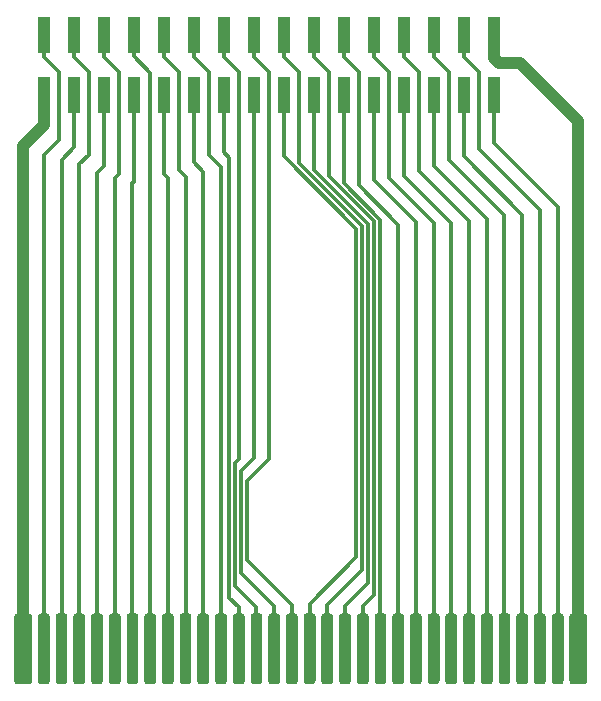
<source format=gbr>
G04 #@! TF.GenerationSoftware,KiCad,Pcbnew,5.1.7-a382d34a8~87~ubuntu18.04.1*
G04 #@! TF.CreationDate,2020-11-24T05:08:32+09:00*
G04 #@! TF.ProjectId,dmg-cartridge-breakout,646d672d-6361-4727-9472-696467652d62,rev?*
G04 #@! TF.SameCoordinates,Original*
G04 #@! TF.FileFunction,Copper,L1,Top*
G04 #@! TF.FilePolarity,Positive*
%FSLAX46Y46*%
G04 Gerber Fmt 4.6, Leading zero omitted, Abs format (unit mm)*
G04 Created by KiCad (PCBNEW 5.1.7-a382d34a8~87~ubuntu18.04.1) date 2020-11-24 05:08:32*
%MOMM*%
%LPD*%
G01*
G04 APERTURE LIST*
G04 #@! TA.AperFunction,SMDPad,CuDef*
%ADD10R,1.000000X3.150000*%
G04 #@! TD*
G04 #@! TA.AperFunction,Conductor*
%ADD11C,1.000000*%
G04 #@! TD*
G04 #@! TA.AperFunction,Conductor*
%ADD12C,0.300000*%
G04 #@! TD*
G04 APERTURE END LIST*
G04 #@! TA.AperFunction,SMDPad,CuDef*
G36*
G01*
X33250000Y-84750500D02*
X33250000Y-90249500D01*
G75*
G02*
X32999500Y-90500000I-250500J0D01*
G01*
X32000500Y-90500000D01*
G75*
G02*
X31750000Y-90249500I0J250500D01*
G01*
X31750000Y-84750500D01*
G75*
G02*
X32000500Y-84500000I250500J0D01*
G01*
X32999500Y-84500000D01*
G75*
G02*
X33250000Y-84750500I0J-250500D01*
G01*
G37*
G04 #@! TD.AperFunction*
G04 #@! TA.AperFunction,SMDPad,CuDef*
G36*
G01*
X34750000Y-84750000D02*
X34750000Y-90250000D01*
G75*
G02*
X34500000Y-90500000I-250000J0D01*
G01*
X34000000Y-90500000D01*
G75*
G02*
X33750000Y-90250000I0J250000D01*
G01*
X33750000Y-84750000D01*
G75*
G02*
X34000000Y-84500000I250000J0D01*
G01*
X34500000Y-84500000D01*
G75*
G02*
X34750000Y-84750000I0J-250000D01*
G01*
G37*
G04 #@! TD.AperFunction*
G04 #@! TA.AperFunction,SMDPad,CuDef*
G36*
G01*
X36250000Y-84750000D02*
X36250000Y-90250000D01*
G75*
G02*
X36000000Y-90500000I-250000J0D01*
G01*
X35500000Y-90500000D01*
G75*
G02*
X35250000Y-90250000I0J250000D01*
G01*
X35250000Y-84750000D01*
G75*
G02*
X35500000Y-84500000I250000J0D01*
G01*
X36000000Y-84500000D01*
G75*
G02*
X36250000Y-84750000I0J-250000D01*
G01*
G37*
G04 #@! TD.AperFunction*
G04 #@! TA.AperFunction,SMDPad,CuDef*
G36*
G01*
X37750000Y-84750000D02*
X37750000Y-90250000D01*
G75*
G02*
X37500000Y-90500000I-250000J0D01*
G01*
X37000000Y-90500000D01*
G75*
G02*
X36750000Y-90250000I0J250000D01*
G01*
X36750000Y-84750000D01*
G75*
G02*
X37000000Y-84500000I250000J0D01*
G01*
X37500000Y-84500000D01*
G75*
G02*
X37750000Y-84750000I0J-250000D01*
G01*
G37*
G04 #@! TD.AperFunction*
G04 #@! TA.AperFunction,SMDPad,CuDef*
G36*
G01*
X39250000Y-84750000D02*
X39250000Y-90250000D01*
G75*
G02*
X39000000Y-90500000I-250000J0D01*
G01*
X38500000Y-90500000D01*
G75*
G02*
X38250000Y-90250000I0J250000D01*
G01*
X38250000Y-84750000D01*
G75*
G02*
X38500000Y-84500000I250000J0D01*
G01*
X39000000Y-84500000D01*
G75*
G02*
X39250000Y-84750000I0J-250000D01*
G01*
G37*
G04 #@! TD.AperFunction*
G04 #@! TA.AperFunction,SMDPad,CuDef*
G36*
G01*
X40750000Y-84750000D02*
X40750000Y-90250000D01*
G75*
G02*
X40500000Y-90500000I-250000J0D01*
G01*
X40000000Y-90500000D01*
G75*
G02*
X39750000Y-90250000I0J250000D01*
G01*
X39750000Y-84750000D01*
G75*
G02*
X40000000Y-84500000I250000J0D01*
G01*
X40500000Y-84500000D01*
G75*
G02*
X40750000Y-84750000I0J-250000D01*
G01*
G37*
G04 #@! TD.AperFunction*
G04 #@! TA.AperFunction,SMDPad,CuDef*
G36*
G01*
X42250000Y-84750000D02*
X42250000Y-90250000D01*
G75*
G02*
X42000000Y-90500000I-250000J0D01*
G01*
X41500000Y-90500000D01*
G75*
G02*
X41250000Y-90250000I0J250000D01*
G01*
X41250000Y-84750000D01*
G75*
G02*
X41500000Y-84500000I250000J0D01*
G01*
X42000000Y-84500000D01*
G75*
G02*
X42250000Y-84750000I0J-250000D01*
G01*
G37*
G04 #@! TD.AperFunction*
G04 #@! TA.AperFunction,SMDPad,CuDef*
G36*
G01*
X43750000Y-84750000D02*
X43750000Y-90250000D01*
G75*
G02*
X43500000Y-90500000I-250000J0D01*
G01*
X43000000Y-90500000D01*
G75*
G02*
X42750000Y-90250000I0J250000D01*
G01*
X42750000Y-84750000D01*
G75*
G02*
X43000000Y-84500000I250000J0D01*
G01*
X43500000Y-84500000D01*
G75*
G02*
X43750000Y-84750000I0J-250000D01*
G01*
G37*
G04 #@! TD.AperFunction*
G04 #@! TA.AperFunction,SMDPad,CuDef*
G36*
G01*
X45250000Y-84750000D02*
X45250000Y-90250000D01*
G75*
G02*
X45000000Y-90500000I-250000J0D01*
G01*
X44500000Y-90500000D01*
G75*
G02*
X44250000Y-90250000I0J250000D01*
G01*
X44250000Y-84750000D01*
G75*
G02*
X44500000Y-84500000I250000J0D01*
G01*
X45000000Y-84500000D01*
G75*
G02*
X45250000Y-84750000I0J-250000D01*
G01*
G37*
G04 #@! TD.AperFunction*
G04 #@! TA.AperFunction,SMDPad,CuDef*
G36*
G01*
X46750000Y-84750000D02*
X46750000Y-90250000D01*
G75*
G02*
X46500000Y-90500000I-250000J0D01*
G01*
X46000000Y-90500000D01*
G75*
G02*
X45750000Y-90250000I0J250000D01*
G01*
X45750000Y-84750000D01*
G75*
G02*
X46000000Y-84500000I250000J0D01*
G01*
X46500000Y-84500000D01*
G75*
G02*
X46750000Y-84750000I0J-250000D01*
G01*
G37*
G04 #@! TD.AperFunction*
G04 #@! TA.AperFunction,SMDPad,CuDef*
G36*
G01*
X48250000Y-84750000D02*
X48250000Y-90250000D01*
G75*
G02*
X48000000Y-90500000I-250000J0D01*
G01*
X47500000Y-90500000D01*
G75*
G02*
X47250000Y-90250000I0J250000D01*
G01*
X47250000Y-84750000D01*
G75*
G02*
X47500000Y-84500000I250000J0D01*
G01*
X48000000Y-84500000D01*
G75*
G02*
X48250000Y-84750000I0J-250000D01*
G01*
G37*
G04 #@! TD.AperFunction*
G04 #@! TA.AperFunction,SMDPad,CuDef*
G36*
G01*
X49750000Y-84750000D02*
X49750000Y-90250000D01*
G75*
G02*
X49500000Y-90500000I-250000J0D01*
G01*
X49000000Y-90500000D01*
G75*
G02*
X48750000Y-90250000I0J250000D01*
G01*
X48750000Y-84750000D01*
G75*
G02*
X49000000Y-84500000I250000J0D01*
G01*
X49500000Y-84500000D01*
G75*
G02*
X49750000Y-84750000I0J-250000D01*
G01*
G37*
G04 #@! TD.AperFunction*
G04 #@! TA.AperFunction,SMDPad,CuDef*
G36*
G01*
X51250000Y-84750000D02*
X51250000Y-90250000D01*
G75*
G02*
X51000000Y-90500000I-250000J0D01*
G01*
X50500000Y-90500000D01*
G75*
G02*
X50250000Y-90250000I0J250000D01*
G01*
X50250000Y-84750000D01*
G75*
G02*
X50500000Y-84500000I250000J0D01*
G01*
X51000000Y-84500000D01*
G75*
G02*
X51250000Y-84750000I0J-250000D01*
G01*
G37*
G04 #@! TD.AperFunction*
G04 #@! TA.AperFunction,SMDPad,CuDef*
G36*
G01*
X52750000Y-84750000D02*
X52750000Y-90250000D01*
G75*
G02*
X52500000Y-90500000I-250000J0D01*
G01*
X52000000Y-90500000D01*
G75*
G02*
X51750000Y-90250000I0J250000D01*
G01*
X51750000Y-84750000D01*
G75*
G02*
X52000000Y-84500000I250000J0D01*
G01*
X52500000Y-84500000D01*
G75*
G02*
X52750000Y-84750000I0J-250000D01*
G01*
G37*
G04 #@! TD.AperFunction*
G04 #@! TA.AperFunction,SMDPad,CuDef*
G36*
G01*
X54250000Y-84750000D02*
X54250000Y-90250000D01*
G75*
G02*
X54000000Y-90500000I-250000J0D01*
G01*
X53500000Y-90500000D01*
G75*
G02*
X53250000Y-90250000I0J250000D01*
G01*
X53250000Y-84750000D01*
G75*
G02*
X53500000Y-84500000I250000J0D01*
G01*
X54000000Y-84500000D01*
G75*
G02*
X54250000Y-84750000I0J-250000D01*
G01*
G37*
G04 #@! TD.AperFunction*
G04 #@! TA.AperFunction,SMDPad,CuDef*
G36*
G01*
X55750000Y-84750000D02*
X55750000Y-90250000D01*
G75*
G02*
X55500000Y-90500000I-250000J0D01*
G01*
X55000000Y-90500000D01*
G75*
G02*
X54750000Y-90250000I0J250000D01*
G01*
X54750000Y-84750000D01*
G75*
G02*
X55000000Y-84500000I250000J0D01*
G01*
X55500000Y-84500000D01*
G75*
G02*
X55750000Y-84750000I0J-250000D01*
G01*
G37*
G04 #@! TD.AperFunction*
G04 #@! TA.AperFunction,SMDPad,CuDef*
G36*
G01*
X57250000Y-84750000D02*
X57250000Y-90250000D01*
G75*
G02*
X57000000Y-90500000I-250000J0D01*
G01*
X56500000Y-90500000D01*
G75*
G02*
X56250000Y-90250000I0J250000D01*
G01*
X56250000Y-84750000D01*
G75*
G02*
X56500000Y-84500000I250000J0D01*
G01*
X57000000Y-84500000D01*
G75*
G02*
X57250000Y-84750000I0J-250000D01*
G01*
G37*
G04 #@! TD.AperFunction*
G04 #@! TA.AperFunction,SMDPad,CuDef*
G36*
G01*
X58750000Y-84750000D02*
X58750000Y-90250000D01*
G75*
G02*
X58500000Y-90500000I-250000J0D01*
G01*
X58000000Y-90500000D01*
G75*
G02*
X57750000Y-90250000I0J250000D01*
G01*
X57750000Y-84750000D01*
G75*
G02*
X58000000Y-84500000I250000J0D01*
G01*
X58500000Y-84500000D01*
G75*
G02*
X58750000Y-84750000I0J-250000D01*
G01*
G37*
G04 #@! TD.AperFunction*
G04 #@! TA.AperFunction,SMDPad,CuDef*
G36*
G01*
X60250000Y-84750000D02*
X60250000Y-90250000D01*
G75*
G02*
X60000000Y-90500000I-250000J0D01*
G01*
X59500000Y-90500000D01*
G75*
G02*
X59250000Y-90250000I0J250000D01*
G01*
X59250000Y-84750000D01*
G75*
G02*
X59500000Y-84500000I250000J0D01*
G01*
X60000000Y-84500000D01*
G75*
G02*
X60250000Y-84750000I0J-250000D01*
G01*
G37*
G04 #@! TD.AperFunction*
G04 #@! TA.AperFunction,SMDPad,CuDef*
G36*
G01*
X61750000Y-84750000D02*
X61750000Y-90250000D01*
G75*
G02*
X61500000Y-90500000I-250000J0D01*
G01*
X61000000Y-90500000D01*
G75*
G02*
X60750000Y-90250000I0J250000D01*
G01*
X60750000Y-84750000D01*
G75*
G02*
X61000000Y-84500000I250000J0D01*
G01*
X61500000Y-84500000D01*
G75*
G02*
X61750000Y-84750000I0J-250000D01*
G01*
G37*
G04 #@! TD.AperFunction*
G04 #@! TA.AperFunction,SMDPad,CuDef*
G36*
G01*
X63250000Y-84750000D02*
X63250000Y-90250000D01*
G75*
G02*
X63000000Y-90500000I-250000J0D01*
G01*
X62500000Y-90500000D01*
G75*
G02*
X62250000Y-90250000I0J250000D01*
G01*
X62250000Y-84750000D01*
G75*
G02*
X62500000Y-84500000I250000J0D01*
G01*
X63000000Y-84500000D01*
G75*
G02*
X63250000Y-84750000I0J-250000D01*
G01*
G37*
G04 #@! TD.AperFunction*
G04 #@! TA.AperFunction,SMDPad,CuDef*
G36*
G01*
X64750000Y-84750000D02*
X64750000Y-90250000D01*
G75*
G02*
X64500000Y-90500000I-250000J0D01*
G01*
X64000000Y-90500000D01*
G75*
G02*
X63750000Y-90250000I0J250000D01*
G01*
X63750000Y-84750000D01*
G75*
G02*
X64000000Y-84500000I250000J0D01*
G01*
X64500000Y-84500000D01*
G75*
G02*
X64750000Y-84750000I0J-250000D01*
G01*
G37*
G04 #@! TD.AperFunction*
G04 #@! TA.AperFunction,SMDPad,CuDef*
G36*
G01*
X66250000Y-84750000D02*
X66250000Y-90250000D01*
G75*
G02*
X66000000Y-90500000I-250000J0D01*
G01*
X65500000Y-90500000D01*
G75*
G02*
X65250000Y-90250000I0J250000D01*
G01*
X65250000Y-84750000D01*
G75*
G02*
X65500000Y-84500000I250000J0D01*
G01*
X66000000Y-84500000D01*
G75*
G02*
X66250000Y-84750000I0J-250000D01*
G01*
G37*
G04 #@! TD.AperFunction*
G04 #@! TA.AperFunction,SMDPad,CuDef*
G36*
G01*
X67750000Y-84750000D02*
X67750000Y-90250000D01*
G75*
G02*
X67500000Y-90500000I-250000J0D01*
G01*
X67000000Y-90500000D01*
G75*
G02*
X66750000Y-90250000I0J250000D01*
G01*
X66750000Y-84750000D01*
G75*
G02*
X67000000Y-84500000I250000J0D01*
G01*
X67500000Y-84500000D01*
G75*
G02*
X67750000Y-84750000I0J-250000D01*
G01*
G37*
G04 #@! TD.AperFunction*
G04 #@! TA.AperFunction,SMDPad,CuDef*
G36*
G01*
X69250000Y-84750000D02*
X69250000Y-90250000D01*
G75*
G02*
X69000000Y-90500000I-250000J0D01*
G01*
X68500000Y-90500000D01*
G75*
G02*
X68250000Y-90250000I0J250000D01*
G01*
X68250000Y-84750000D01*
G75*
G02*
X68500000Y-84500000I250000J0D01*
G01*
X69000000Y-84500000D01*
G75*
G02*
X69250000Y-84750000I0J-250000D01*
G01*
G37*
G04 #@! TD.AperFunction*
G04 #@! TA.AperFunction,SMDPad,CuDef*
G36*
G01*
X70750000Y-84750000D02*
X70750000Y-90250000D01*
G75*
G02*
X70500000Y-90500000I-250000J0D01*
G01*
X70000000Y-90500000D01*
G75*
G02*
X69750000Y-90250000I0J250000D01*
G01*
X69750000Y-84750000D01*
G75*
G02*
X70000000Y-84500000I250000J0D01*
G01*
X70500000Y-84500000D01*
G75*
G02*
X70750000Y-84750000I0J-250000D01*
G01*
G37*
G04 #@! TD.AperFunction*
G04 #@! TA.AperFunction,SMDPad,CuDef*
G36*
G01*
X72250000Y-84750000D02*
X72250000Y-90250000D01*
G75*
G02*
X72000000Y-90500000I-250000J0D01*
G01*
X71500000Y-90500000D01*
G75*
G02*
X71250000Y-90250000I0J250000D01*
G01*
X71250000Y-84750000D01*
G75*
G02*
X71500000Y-84500000I250000J0D01*
G01*
X72000000Y-84500000D01*
G75*
G02*
X72250000Y-84750000I0J-250000D01*
G01*
G37*
G04 #@! TD.AperFunction*
G04 #@! TA.AperFunction,SMDPad,CuDef*
G36*
G01*
X73750000Y-84750000D02*
X73750000Y-90250000D01*
G75*
G02*
X73500000Y-90500000I-250000J0D01*
G01*
X73000000Y-90500000D01*
G75*
G02*
X72750000Y-90250000I0J250000D01*
G01*
X72750000Y-84750000D01*
G75*
G02*
X73000000Y-84500000I250000J0D01*
G01*
X73500000Y-84500000D01*
G75*
G02*
X73750000Y-84750000I0J-250000D01*
G01*
G37*
G04 #@! TD.AperFunction*
G04 #@! TA.AperFunction,SMDPad,CuDef*
G36*
G01*
X75250000Y-84750000D02*
X75250000Y-90250000D01*
G75*
G02*
X75000000Y-90500000I-250000J0D01*
G01*
X74500000Y-90500000D01*
G75*
G02*
X74250000Y-90250000I0J250000D01*
G01*
X74250000Y-84750000D01*
G75*
G02*
X74500000Y-84500000I250000J0D01*
G01*
X75000000Y-84500000D01*
G75*
G02*
X75250000Y-84750000I0J-250000D01*
G01*
G37*
G04 #@! TD.AperFunction*
G04 #@! TA.AperFunction,SMDPad,CuDef*
G36*
G01*
X76750000Y-84750000D02*
X76750000Y-90250000D01*
G75*
G02*
X76500000Y-90500000I-250000J0D01*
G01*
X76000000Y-90500000D01*
G75*
G02*
X75750000Y-90250000I0J250000D01*
G01*
X75750000Y-84750000D01*
G75*
G02*
X76000000Y-84500000I250000J0D01*
G01*
X76500000Y-84500000D01*
G75*
G02*
X76750000Y-84750000I0J-250000D01*
G01*
G37*
G04 #@! TD.AperFunction*
G04 #@! TA.AperFunction,SMDPad,CuDef*
G36*
G01*
X78250000Y-84750000D02*
X78250000Y-90250000D01*
G75*
G02*
X78000000Y-90500000I-250000J0D01*
G01*
X77500000Y-90500000D01*
G75*
G02*
X77250000Y-90250000I0J250000D01*
G01*
X77250000Y-84750000D01*
G75*
G02*
X77500000Y-84500000I250000J0D01*
G01*
X78000000Y-84500000D01*
G75*
G02*
X78250000Y-84750000I0J-250000D01*
G01*
G37*
G04 #@! TD.AperFunction*
G04 #@! TA.AperFunction,SMDPad,CuDef*
G36*
G01*
X80250000Y-84750500D02*
X80250000Y-90249500D01*
G75*
G02*
X79999500Y-90500000I-250500J0D01*
G01*
X79000500Y-90500000D01*
G75*
G02*
X78750000Y-90249500I0J250500D01*
G01*
X78750000Y-84750500D01*
G75*
G02*
X79000500Y-84500000I250500J0D01*
G01*
X79999500Y-84500000D01*
G75*
G02*
X80250000Y-84750500I0J-250500D01*
G01*
G37*
G04 #@! TD.AperFunction*
D10*
X34250000Y-40585000D03*
X34250000Y-35535000D03*
X36790000Y-40585000D03*
X36790000Y-35535000D03*
X39330000Y-40585000D03*
X39330000Y-35535000D03*
X41870000Y-40585000D03*
X41870000Y-35535000D03*
X44410000Y-40585000D03*
X44410000Y-35535000D03*
X46950000Y-40585000D03*
X46950000Y-35535000D03*
X49490000Y-40585000D03*
X49490000Y-35535000D03*
X52030000Y-40585000D03*
X52030000Y-35535000D03*
X54570000Y-40585000D03*
X54570000Y-35535000D03*
X57110000Y-40585000D03*
X57110000Y-35535000D03*
X59650000Y-40585000D03*
X59650000Y-35535000D03*
X62190000Y-40585000D03*
X62190000Y-35535000D03*
X64730000Y-40585000D03*
X64730000Y-35535000D03*
X67270000Y-40585000D03*
X67270000Y-35535000D03*
X69810000Y-40585000D03*
X69810000Y-35535000D03*
X72350000Y-40585000D03*
X72350000Y-35535000D03*
D11*
X34250000Y-40585000D02*
X34250000Y-43160000D01*
X32500001Y-44909999D02*
X32500001Y-87500001D01*
X34250000Y-43160000D02*
X32500001Y-44909999D01*
D12*
X34250000Y-37425000D02*
X34250000Y-35535000D01*
X35520000Y-38695000D02*
X34250000Y-37425000D01*
X35520000Y-44410000D02*
X35520000Y-38695000D01*
X34250001Y-87500001D02*
X34250001Y-45679999D01*
X34250001Y-45679999D02*
X35520000Y-44410000D01*
X36790000Y-45045000D02*
X36790000Y-40585000D01*
X35750001Y-87500001D02*
X35750001Y-46084999D01*
X35750001Y-46084999D02*
X36790000Y-45045000D01*
X38060000Y-38680000D02*
X36790000Y-37410000D01*
X38060000Y-45652880D02*
X38060000Y-38680000D01*
X36790000Y-37410000D02*
X36790000Y-35535000D01*
X37250001Y-87500001D02*
X37250001Y-46462879D01*
X37250001Y-46462879D02*
X38060000Y-45652880D01*
X39330000Y-46655000D02*
X39330000Y-40585000D01*
X38750001Y-87500001D02*
X38750001Y-47234999D01*
X38750001Y-47234999D02*
X39330000Y-46655000D01*
X40600000Y-47300000D02*
X40600000Y-38695000D01*
X39330000Y-37425000D02*
X39330000Y-35535000D01*
X40600000Y-38695000D02*
X39330000Y-37425000D01*
X40250001Y-87500001D02*
X40250001Y-47649999D01*
X40250001Y-47649999D02*
X40600000Y-47300000D01*
X41870000Y-47930000D02*
X41870000Y-40585000D01*
X41750001Y-87500001D02*
X41750001Y-48049999D01*
X41750001Y-48049999D02*
X41870000Y-47930000D01*
X41870000Y-37335000D02*
X41870000Y-35535000D01*
X43250001Y-87500001D02*
X43250001Y-38715001D01*
X43250001Y-38715001D02*
X41870000Y-37335000D01*
X44410000Y-47315000D02*
X44410000Y-40585000D01*
X44750001Y-87500001D02*
X44750001Y-47655001D01*
X44750001Y-47655001D02*
X44410000Y-47315000D01*
X44410000Y-37410000D02*
X44410000Y-35535000D01*
X45680000Y-38680000D02*
X44410000Y-37410000D01*
X45680000Y-46950000D02*
X45680000Y-38680000D01*
X46250001Y-87500001D02*
X46250001Y-47520001D01*
X46250001Y-47520001D02*
X45680000Y-46950000D01*
X46950000Y-42460000D02*
X46950000Y-40585000D01*
X46950000Y-46315000D02*
X46950000Y-42460000D01*
X47750001Y-47115001D02*
X46950000Y-46315000D01*
X47750001Y-87500001D02*
X47750001Y-47115001D01*
X46950000Y-37410000D02*
X46950000Y-35535000D01*
X48220000Y-38680000D02*
X46950000Y-37410000D01*
X49260000Y-87490002D02*
X49260000Y-46683939D01*
X49260000Y-46683939D02*
X48220000Y-45643939D01*
X48220000Y-45643939D02*
X48220000Y-38680000D01*
X49250001Y-87500001D02*
X49260000Y-87490002D01*
X50750001Y-83950000D02*
X50750001Y-84400001D01*
X49959970Y-83159969D02*
X50750001Y-83950000D01*
X49959970Y-45899970D02*
X49959970Y-83159969D01*
X50750001Y-84400001D02*
X50750001Y-87500001D01*
X49490000Y-40585000D02*
X49490000Y-45430000D01*
X49490000Y-45430000D02*
X49959970Y-45899970D01*
X49490000Y-37410000D02*
X49490000Y-35535000D01*
X52250001Y-83950001D02*
X50459979Y-82159979D01*
X50459979Y-82159979D02*
X50459979Y-71740021D01*
X52250001Y-87500001D02*
X52250001Y-83950001D01*
X50459979Y-71740021D02*
X50760000Y-71440000D01*
X50760000Y-71440000D02*
X50760000Y-38680000D01*
X50760000Y-38680000D02*
X49490000Y-37410000D01*
X52030000Y-42460000D02*
X52030000Y-40585000D01*
X53750001Y-87500001D02*
X53750001Y-83850001D01*
X52030000Y-71330000D02*
X52030000Y-42460000D01*
X50959989Y-72400011D02*
X52030000Y-71330000D01*
X50959989Y-81059989D02*
X50959989Y-72400011D01*
X53750001Y-83850001D02*
X50959989Y-81059989D01*
X55250001Y-83750001D02*
X51460000Y-79960000D01*
X51460000Y-79960000D02*
X51460000Y-73267122D01*
X51460000Y-73267122D02*
X53300000Y-71427122D01*
X55250001Y-87500001D02*
X55250001Y-83750001D01*
X52030000Y-37410000D02*
X52030000Y-35535000D01*
X53300000Y-71427122D02*
X53300000Y-38680000D01*
X53300000Y-38680000D02*
X52030000Y-37410000D01*
X54570000Y-42460000D02*
X54570000Y-40585000D01*
X54570000Y-45798488D02*
X54570000Y-42460000D01*
X56750001Y-83709998D02*
X60700000Y-79759999D01*
X56750001Y-87500001D02*
X56750001Y-83709998D01*
X60700000Y-51928488D02*
X54570000Y-45798488D01*
X60700000Y-79759999D02*
X60700000Y-51928488D01*
X54570000Y-37410000D02*
X54570000Y-35535000D01*
X58250001Y-83749999D02*
X61200010Y-80799990D01*
X58250001Y-87500001D02*
X58250001Y-83749999D01*
X61200010Y-80799990D02*
X61200010Y-51721376D01*
X55840000Y-46361366D02*
X55840000Y-38680000D01*
X61200010Y-51721376D02*
X55840000Y-46361366D01*
X55840000Y-38680000D02*
X54570000Y-37410000D01*
X57110000Y-46924244D02*
X57110000Y-42460000D01*
X61700020Y-51514264D02*
X57110000Y-46924244D01*
X61700020Y-81887101D02*
X61700020Y-51514264D01*
X57110000Y-42460000D02*
X57110000Y-40585000D01*
X59750001Y-87500001D02*
X59750001Y-83837120D01*
X59750001Y-83837120D02*
X61700020Y-81887101D01*
X61250001Y-87500001D02*
X61250001Y-83849999D01*
X61250001Y-83849999D02*
X62200030Y-82899970D01*
X57110000Y-37410000D02*
X57110000Y-35535000D01*
X62200030Y-82899970D02*
X62200030Y-51307152D01*
X62200030Y-51307152D02*
X58380000Y-47487122D01*
X58380000Y-47487122D02*
X58380000Y-38680000D01*
X58380000Y-38680000D02*
X57110000Y-37410000D01*
X59650000Y-48050000D02*
X59650000Y-40585000D01*
X62750001Y-87500001D02*
X62750001Y-51150001D01*
X62750001Y-51150001D02*
X59650000Y-48050000D01*
X64250001Y-51578489D02*
X60920000Y-48248488D01*
X60920000Y-48248488D02*
X60920000Y-38680000D01*
X60920000Y-38680000D02*
X59650000Y-37410000D01*
X64250001Y-87500001D02*
X64250001Y-51578489D01*
X59650000Y-37410000D02*
X59650000Y-35535000D01*
X62190000Y-42460000D02*
X62190000Y-40585000D01*
X65750001Y-51360684D02*
X62190000Y-47800683D01*
X65750001Y-87500001D02*
X65750001Y-51360684D01*
X62190000Y-47800683D02*
X62190000Y-42460000D01*
X67250001Y-87500001D02*
X67250001Y-51451781D01*
X63460000Y-47661780D02*
X63460000Y-38680000D01*
X67250001Y-51451781D02*
X63460000Y-47661780D01*
X63460000Y-38680000D02*
X62190000Y-37410000D01*
X62190000Y-37410000D02*
X62190000Y-35535000D01*
X64730000Y-40585000D02*
X64730000Y-47430000D01*
X64730000Y-47430000D02*
X68750001Y-51450001D01*
X68750001Y-51450001D02*
X68750001Y-84400001D01*
X68750001Y-84400001D02*
X68750001Y-87500001D01*
X70250001Y-51250001D02*
X70250001Y-84400001D01*
X66000000Y-47000000D02*
X70250001Y-51250001D01*
X64730000Y-35535000D02*
X64730000Y-37410000D01*
X70250001Y-84400001D02*
X70250001Y-87500001D01*
X66000000Y-38680000D02*
X66000000Y-47000000D01*
X64730000Y-37410000D02*
X66000000Y-38680000D01*
X71750001Y-51125381D02*
X71750001Y-84400001D01*
X67270000Y-40585000D02*
X67270000Y-46645380D01*
X71750001Y-84400001D02*
X71750001Y-87500001D01*
X67270000Y-46645380D02*
X71750001Y-51125381D01*
X73250001Y-84400001D02*
X73250001Y-87500001D01*
X73250001Y-50800001D02*
X73250001Y-84400001D01*
X68540000Y-46090000D02*
X73250001Y-50800001D01*
X68540000Y-38680000D02*
X68540000Y-46090000D01*
X67270000Y-35535000D02*
X67270000Y-37410000D01*
X67270000Y-37410000D02*
X68540000Y-38680000D01*
X74750001Y-84400001D02*
X74750001Y-87500001D01*
X74750001Y-50750001D02*
X74750001Y-84400001D01*
X69810000Y-40585000D02*
X69810000Y-45810000D01*
X69810000Y-45810000D02*
X74750001Y-50750001D01*
X76250001Y-50350001D02*
X76250001Y-84400001D01*
X71080000Y-45180000D02*
X76250001Y-50350001D01*
X69810000Y-35535000D02*
X69810000Y-37410000D01*
X76250001Y-84400001D02*
X76250001Y-87500001D01*
X71080000Y-38680000D02*
X71080000Y-45180000D01*
X69810000Y-37410000D02*
X71080000Y-38680000D01*
X77750001Y-84400001D02*
X77750001Y-87500001D01*
X77750001Y-50050001D02*
X77750001Y-84400001D01*
X72350000Y-40585000D02*
X72350000Y-44650000D01*
X72350000Y-44650000D02*
X77750001Y-50050001D01*
D11*
X79500001Y-84400001D02*
X79500001Y-87500001D01*
X79500001Y-83499999D02*
X79500001Y-84400001D01*
X79500001Y-81999999D02*
X79500001Y-83499999D01*
X79500001Y-80499999D02*
X79500001Y-81999999D01*
X79500001Y-42800001D02*
X79500001Y-80499999D01*
X72800000Y-37900000D02*
X74600000Y-37900000D01*
X74600000Y-37900000D02*
X79500001Y-42800001D01*
X72350000Y-35535000D02*
X72350000Y-37450000D01*
X72350000Y-37450000D02*
X72800000Y-37900000D01*
M02*

</source>
